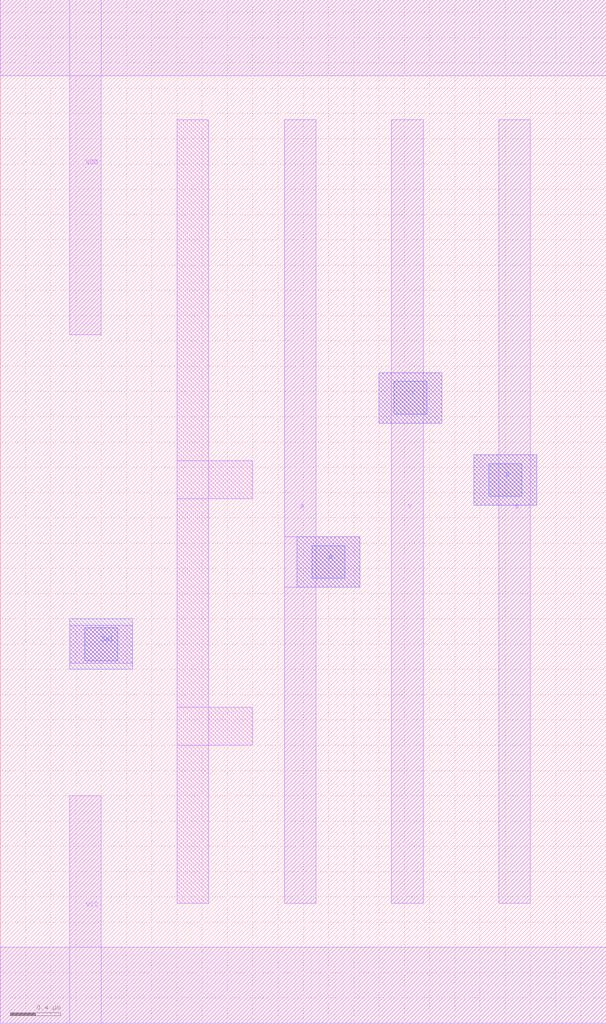
<source format=lef>
# Copyright 2022 Google LLC
# Licensed under the Apache License, Version 2.0 (the "License");
# you may not use this file except in compliance with the License.
# You may obtain a copy of the License at
#
#      http://www.apache.org/licenses/LICENSE-2.0
#
# Unless required by applicable law or agreed to in writing, software
# distributed under the License is distributed on an "AS IS" BASIS,
# WITHOUT WARRANTIES OR CONDITIONS OF ANY KIND, either express or implied.
# See the License for the specific language governing permissions and
# limitations under the License.
VERSION 5.7 ;
BUSBITCHARS "[]" ;
DIVIDERCHAR "/" ;

MACRO gf180mcu_osu_sc_gp12t3v3__mux2_1
  CLASS CORE ;
  ORIGIN 0 0 ;
  FOREIGN gf180mcu_osu_sc_gp12t3v3__mux2_1 0 0 ;
  SIZE 4.8 BY 8.1 ;
  SYMMETRY X Y ;
  SITE GF180_3p3_12t ;
  PIN VDD
    DIRECTION INOUT ;
    USE POWER ;
    SHAPE ABUTMENT ;
    PORT
      LAYER MET1 ;
        RECT 0 7.5 4.8 8.1 ;
        RECT 0.55 5.45 0.8 8.1 ;
    END
  END VDD
  PIN VSS
    DIRECTION INOUT ;
    USE GROUND ;
    PORT
      LAYER MET1 ;
        RECT 0 0 4.8 0.6 ;
        RECT 0.55 0 0.8 1.8 ;
    END
  END VSS
  PIN A
    DIRECTION INPUT ;
    USE SIGNAL ;
    PORT
      LAYER MET1 ;
        RECT 2.25 3.45 2.85 3.85 ;
        RECT 2.25 0.95 2.5 7.15 ;
      LAYER MET2 ;
        RECT 2.35 3.45 2.85 3.85 ;
      LAYER VIA12 ;
        RECT 2.47 3.52 2.73 3.78 ;
    END
  END A
  PIN B
    DIRECTION INPUT ;
    USE SIGNAL ;
    PORT
      LAYER MET1 ;
        RECT 3.75 4.1 4.25 4.5 ;
        RECT 3.95 0.95 4.2 7.15 ;
      LAYER MET2 ;
        RECT 3.75 4.1 4.25 4.5 ;
      LAYER VIA12 ;
        RECT 3.87 4.17 4.13 4.43 ;
    END
  END B
  PIN Sel
    DIRECTION OUTPUT ;
    USE SIGNAL ;
    PORT
      LAYER MET1 ;
        RECT 0.55 2.85 1.05 3.15 ;
      LAYER MET2 ;
        RECT 0.55 2.8 1.05 3.2 ;
      LAYER VIA12 ;
        RECT 0.67 2.87 0.93 3.13 ;
    END
  END Sel
  PIN Y
    DIRECTION OUTPUT ;
    USE SIGNAL ;
    PORT
      LAYER MET1 ;
        RECT 3 4.75 3.5 5.15 ;
        RECT 3.1 0.95 3.35 7.15 ;
      LAYER MET2 ;
        RECT 3 4.75 3.5 5.15 ;
      LAYER VIA12 ;
        RECT 3.12 4.82 3.38 5.08 ;
    END
  END Y
  OBS
    LAYER MET1 ;
      RECT 1.4 0.95 1.65 7.15 ;
      RECT 1.4 4.15 2 4.45 ;
      RECT 1.4 2.2 2 2.5 ;
  END
END gf180mcu_osu_sc_gp12t3v3__mux2_1

</source>
